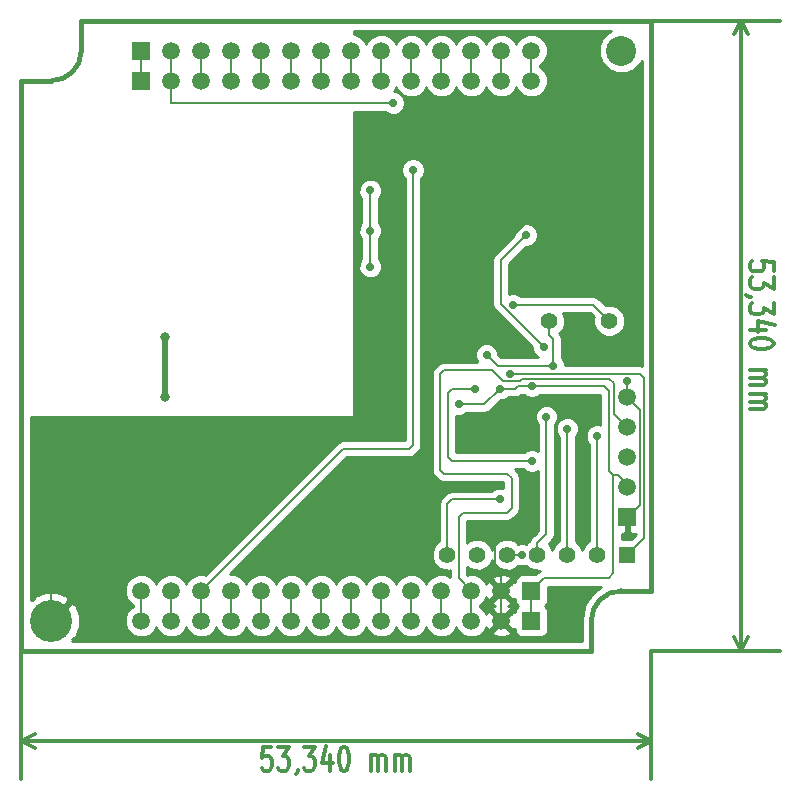
<source format=gbl>
G04 (created by PCBNEW (2013-mar-13)-testing) date Tue 14 May 2013 04:13:14 PM CEST*
%MOIN*%
G04 Gerber Fmt 3.4, Leading zero omitted, Abs format*
%FSLAX34Y34*%
G01*
G70*
G90*
G04 APERTURE LIST*
%ADD10C,0.005906*%
%ADD11C,0.015000*%
%ADD12C,0.012000*%
%ADD13C,0.020000*%
%ADD14R,0.059100X0.059100*%
%ADD15C,0.059100*%
%ADD16C,0.140000*%
%ADD17C,0.100000*%
%ADD18R,0.055000X0.055000*%
%ADD19C,0.055000*%
%ADD20C,0.056000*%
%ADD21C,0.032000*%
%ADD22C,0.028000*%
%ADD23C,0.008000*%
%ADD24C,0.006000*%
%ADD25C,0.010000*%
G04 APERTURE END LIST*
G54D10*
G54D11*
X19000Y-40000D02*
X19000Y-21000D01*
X38000Y-40000D02*
X19000Y-40000D01*
X40000Y-19000D02*
X40000Y-38000D01*
X21000Y-19000D02*
X40000Y-19000D01*
X39000Y-38000D02*
X40000Y-38000D01*
X38000Y-39500D02*
X38000Y-40000D01*
X19500Y-21000D02*
X19000Y-21000D01*
X21000Y-19500D02*
X21000Y-19000D01*
X20000Y-21000D02*
X19500Y-21000D01*
X21000Y-20000D02*
X21000Y-19500D01*
X38000Y-39000D02*
X38000Y-39500D01*
X39000Y-38000D02*
G75*
G03X38000Y-39000I0J-1000D01*
G74*
G01*
X20000Y-21000D02*
G75*
G03X21000Y-20000I0J1000D01*
G74*
G01*
G54D12*
X44077Y-27328D02*
X44077Y-27042D01*
X43696Y-27014D01*
X43734Y-27042D01*
X43772Y-27099D01*
X43772Y-27242D01*
X43734Y-27299D01*
X43696Y-27328D01*
X43619Y-27357D01*
X43429Y-27357D01*
X43353Y-27328D01*
X43315Y-27299D01*
X43277Y-27242D01*
X43277Y-27099D01*
X43315Y-27042D01*
X43353Y-27014D01*
X44077Y-27557D02*
X44077Y-27928D01*
X43772Y-27728D01*
X43772Y-27814D01*
X43734Y-27871D01*
X43696Y-27899D01*
X43619Y-27928D01*
X43429Y-27928D01*
X43353Y-27899D01*
X43315Y-27871D01*
X43277Y-27814D01*
X43277Y-27642D01*
X43315Y-27585D01*
X43353Y-27557D01*
X43315Y-28214D02*
X43277Y-28214D01*
X43200Y-28185D01*
X43162Y-28157D01*
X44077Y-28414D02*
X44077Y-28785D01*
X43772Y-28585D01*
X43772Y-28671D01*
X43734Y-28728D01*
X43696Y-28757D01*
X43619Y-28785D01*
X43429Y-28785D01*
X43353Y-28757D01*
X43315Y-28728D01*
X43277Y-28671D01*
X43277Y-28500D01*
X43315Y-28442D01*
X43353Y-28414D01*
X43810Y-29300D02*
X43277Y-29300D01*
X44115Y-29157D02*
X43543Y-29014D01*
X43543Y-29385D01*
X44077Y-29728D02*
X44077Y-29785D01*
X44039Y-29842D01*
X44000Y-29871D01*
X43924Y-29900D01*
X43772Y-29928D01*
X43581Y-29928D01*
X43429Y-29900D01*
X43353Y-29871D01*
X43315Y-29842D01*
X43277Y-29785D01*
X43277Y-29728D01*
X43315Y-29671D01*
X43353Y-29642D01*
X43429Y-29614D01*
X43581Y-29585D01*
X43772Y-29585D01*
X43924Y-29614D01*
X44000Y-29642D01*
X44039Y-29671D01*
X44077Y-29728D01*
X43277Y-30642D02*
X43810Y-30642D01*
X43734Y-30642D02*
X43772Y-30671D01*
X43810Y-30728D01*
X43810Y-30814D01*
X43772Y-30871D01*
X43696Y-30900D01*
X43277Y-30900D01*
X43696Y-30900D02*
X43772Y-30928D01*
X43810Y-30985D01*
X43810Y-31071D01*
X43772Y-31128D01*
X43696Y-31157D01*
X43277Y-31157D01*
X43277Y-31442D02*
X43810Y-31442D01*
X43734Y-31442D02*
X43772Y-31471D01*
X43810Y-31528D01*
X43810Y-31614D01*
X43772Y-31671D01*
X43696Y-31700D01*
X43277Y-31700D01*
X43696Y-31700D02*
X43772Y-31728D01*
X43810Y-31785D01*
X43810Y-31871D01*
X43772Y-31928D01*
X43696Y-31957D01*
X43277Y-31957D01*
X42999Y-19000D02*
X42999Y-40000D01*
X40000Y-19000D02*
X44279Y-19000D01*
X40000Y-40000D02*
X44279Y-40000D01*
X42999Y-40000D02*
X42769Y-39557D01*
X42999Y-40000D02*
X43229Y-39557D01*
X42999Y-19000D02*
X42769Y-19443D01*
X42999Y-19000D02*
X43229Y-19443D01*
X27328Y-43200D02*
X27042Y-43200D01*
X27014Y-43581D01*
X27042Y-43543D01*
X27099Y-43505D01*
X27242Y-43505D01*
X27299Y-43543D01*
X27328Y-43581D01*
X27357Y-43658D01*
X27357Y-43848D01*
X27328Y-43924D01*
X27299Y-43962D01*
X27242Y-44000D01*
X27099Y-44000D01*
X27042Y-43962D01*
X27014Y-43924D01*
X27557Y-43200D02*
X27928Y-43200D01*
X27728Y-43505D01*
X27814Y-43505D01*
X27871Y-43543D01*
X27899Y-43581D01*
X27928Y-43658D01*
X27928Y-43848D01*
X27899Y-43924D01*
X27871Y-43962D01*
X27814Y-44000D01*
X27642Y-44000D01*
X27585Y-43962D01*
X27557Y-43924D01*
X28214Y-43962D02*
X28214Y-44000D01*
X28185Y-44077D01*
X28157Y-44115D01*
X28414Y-43200D02*
X28785Y-43200D01*
X28585Y-43505D01*
X28671Y-43505D01*
X28728Y-43543D01*
X28757Y-43581D01*
X28785Y-43658D01*
X28785Y-43848D01*
X28757Y-43924D01*
X28728Y-43962D01*
X28671Y-44000D01*
X28500Y-44000D01*
X28442Y-43962D01*
X28414Y-43924D01*
X29300Y-43467D02*
X29300Y-44000D01*
X29157Y-43162D02*
X29014Y-43734D01*
X29385Y-43734D01*
X29728Y-43200D02*
X29785Y-43200D01*
X29842Y-43239D01*
X29871Y-43277D01*
X29900Y-43353D01*
X29928Y-43505D01*
X29928Y-43696D01*
X29900Y-43848D01*
X29871Y-43924D01*
X29842Y-43962D01*
X29785Y-44000D01*
X29728Y-44000D01*
X29671Y-43962D01*
X29642Y-43924D01*
X29614Y-43848D01*
X29585Y-43696D01*
X29585Y-43505D01*
X29614Y-43353D01*
X29642Y-43277D01*
X29671Y-43239D01*
X29728Y-43200D01*
X30642Y-44000D02*
X30642Y-43467D01*
X30642Y-43543D02*
X30671Y-43505D01*
X30728Y-43467D01*
X30814Y-43467D01*
X30871Y-43505D01*
X30900Y-43581D01*
X30900Y-44000D01*
X30900Y-43581D02*
X30928Y-43505D01*
X30985Y-43467D01*
X31071Y-43467D01*
X31128Y-43505D01*
X31157Y-43581D01*
X31157Y-44000D01*
X31442Y-44000D02*
X31442Y-43467D01*
X31442Y-43543D02*
X31471Y-43505D01*
X31528Y-43467D01*
X31614Y-43467D01*
X31671Y-43505D01*
X31700Y-43581D01*
X31700Y-44000D01*
X31700Y-43581D02*
X31728Y-43505D01*
X31785Y-43467D01*
X31871Y-43467D01*
X31928Y-43505D01*
X31957Y-43581D01*
X31957Y-44000D01*
X19000Y-42999D02*
X40000Y-42999D01*
X19000Y-40000D02*
X19000Y-44279D01*
X40000Y-40000D02*
X40000Y-44279D01*
X40000Y-42999D02*
X39557Y-43229D01*
X40000Y-42999D02*
X39557Y-42769D01*
X19000Y-42999D02*
X19443Y-43229D01*
X19000Y-42999D02*
X19443Y-42769D01*
G54D13*
X23800Y-29550D02*
X23800Y-31550D01*
G54D14*
X23000Y-20000D03*
G54D15*
X24000Y-20000D03*
X25000Y-20000D03*
X26000Y-20000D03*
X27000Y-20000D03*
X28000Y-20000D03*
X29000Y-20000D03*
X30000Y-20000D03*
X31000Y-20000D03*
X32000Y-20000D03*
X33000Y-20000D03*
X34000Y-20000D03*
X35000Y-20000D03*
X36000Y-20000D03*
G54D14*
X36000Y-39000D03*
G54D15*
X35000Y-39000D03*
X34000Y-39000D03*
X33000Y-39000D03*
X32000Y-39000D03*
X31000Y-39000D03*
X30000Y-39000D03*
X29000Y-39000D03*
X28000Y-39000D03*
X27000Y-39000D03*
X26000Y-39000D03*
X25000Y-39000D03*
X24000Y-39000D03*
X23000Y-39000D03*
G54D14*
X36000Y-38000D03*
G54D15*
X35000Y-38000D03*
X34000Y-38000D03*
X33000Y-38000D03*
X32000Y-38000D03*
X31000Y-38000D03*
X30000Y-38000D03*
X29000Y-38000D03*
X28000Y-38000D03*
X27000Y-38000D03*
X26000Y-38000D03*
X25000Y-38000D03*
X24000Y-38000D03*
X23000Y-38000D03*
G54D14*
X23000Y-21000D03*
G54D15*
X24000Y-21000D03*
X25000Y-21000D03*
X26000Y-21000D03*
X27000Y-21000D03*
X28000Y-21000D03*
X29000Y-21000D03*
X30000Y-21000D03*
X31000Y-21000D03*
X32000Y-21000D03*
X33000Y-21000D03*
X34000Y-21000D03*
X35000Y-21000D03*
X36000Y-21000D03*
G54D16*
X20000Y-39000D03*
G54D17*
X39000Y-20000D03*
G54D18*
X39200Y-36800D03*
G54D19*
X38200Y-36800D03*
X37200Y-36800D03*
X36200Y-36800D03*
X35200Y-36800D03*
X34200Y-36800D03*
X33200Y-36800D03*
G54D14*
X39200Y-35550D03*
G54D15*
X39200Y-34550D03*
X39200Y-33550D03*
X39200Y-32550D03*
X39200Y-31550D03*
G54D20*
X36600Y-29000D03*
X38600Y-29000D03*
G54D21*
X23800Y-29550D03*
X23800Y-31550D03*
G54D22*
X37700Y-35800D03*
X37700Y-34000D03*
X37400Y-20000D03*
X24800Y-33900D03*
X23500Y-33900D03*
X24750Y-36800D03*
X27450Y-36950D03*
X30000Y-36550D03*
X21650Y-38900D03*
X21400Y-36200D03*
X30629Y-26000D03*
X34955Y-31266D03*
X36024Y-31185D03*
X30629Y-27200D03*
X30629Y-24650D03*
X33577Y-31783D03*
X34955Y-34952D03*
X35826Y-26138D03*
X36414Y-29882D03*
X31405Y-21745D03*
X35000Y-32550D03*
X20075Y-36956D03*
X39200Y-31014D03*
X34507Y-35924D03*
X33617Y-27954D03*
X36075Y-36065D03*
X39375Y-25705D03*
X36564Y-25705D03*
X38200Y-32845D03*
X37200Y-32594D03*
X36505Y-32200D03*
X32055Y-23973D03*
X35695Y-36800D03*
X36729Y-30500D03*
X34507Y-30132D03*
X35374Y-28469D03*
X35295Y-30764D03*
X36022Y-33668D03*
X34125Y-31258D03*
G54D23*
X37700Y-35800D02*
X37700Y-34000D01*
X36000Y-38000D02*
X36000Y-39000D01*
X30629Y-26000D02*
X30629Y-24650D01*
X30629Y-26000D02*
X30629Y-27200D01*
X34438Y-31783D02*
X33577Y-31783D01*
X34955Y-31266D02*
X34438Y-31783D01*
X35548Y-31185D02*
X36024Y-31185D01*
X35466Y-31266D02*
X35548Y-31185D01*
X34955Y-31266D02*
X35466Y-31266D01*
X39200Y-34429D02*
X39200Y-34550D01*
X38904Y-34134D02*
X39200Y-34429D01*
X38735Y-34134D02*
X38904Y-34134D01*
X38595Y-33994D02*
X38735Y-34134D01*
X38595Y-31345D02*
X38595Y-33994D01*
X38435Y-31185D02*
X38595Y-31345D01*
X36024Y-31185D02*
X38435Y-31185D01*
X38735Y-37424D02*
X38735Y-34134D01*
X38575Y-37584D02*
X38735Y-37424D01*
X36415Y-37584D02*
X38575Y-37584D01*
X36000Y-38000D02*
X36415Y-37584D01*
G54D24*
X33200Y-35092D02*
X33200Y-36800D01*
X33340Y-34952D02*
X33200Y-35092D01*
X34955Y-34952D02*
X33340Y-34952D01*
X27000Y-20000D02*
X27000Y-21000D01*
X31000Y-20000D02*
X31000Y-21000D01*
X32000Y-20000D02*
X32000Y-21000D01*
X33000Y-20000D02*
X33000Y-21000D01*
X34000Y-20000D02*
X34000Y-21000D01*
X35000Y-20000D02*
X35000Y-21000D01*
X36000Y-20000D02*
X36000Y-21000D01*
X23000Y-21000D02*
X23000Y-20000D01*
X34983Y-28451D02*
X36414Y-29882D01*
X34983Y-26981D02*
X34983Y-28451D01*
X35826Y-26138D02*
X34983Y-26981D01*
X24000Y-21000D02*
X24000Y-20000D01*
X24000Y-21745D02*
X31405Y-21745D01*
X24000Y-21000D02*
X24000Y-21745D01*
X29000Y-20000D02*
X29000Y-21000D01*
X28000Y-20000D02*
X28000Y-21000D01*
X25000Y-21000D02*
X25000Y-20000D01*
X26000Y-20000D02*
X26000Y-21000D01*
X30000Y-20000D02*
X30000Y-21000D01*
G54D23*
X35000Y-32550D02*
X35000Y-32600D01*
X35000Y-38000D02*
X35000Y-39000D01*
X34804Y-36221D02*
X34507Y-35924D01*
X34804Y-37319D02*
X34804Y-36221D01*
X39200Y-31550D02*
X39200Y-31014D01*
X35867Y-25705D02*
X33617Y-27954D01*
X36164Y-25705D02*
X35867Y-25705D01*
X35934Y-35924D02*
X36075Y-36065D01*
X34507Y-35924D02*
X35934Y-35924D01*
X36164Y-25705D02*
X36564Y-25705D01*
X39375Y-25705D02*
X36564Y-25705D01*
X39615Y-31965D02*
X39200Y-31550D01*
X39615Y-35134D02*
X39615Y-31965D01*
X39200Y-35550D02*
X39615Y-35134D01*
X35000Y-37514D02*
X34804Y-37319D01*
X35000Y-38000D02*
X35000Y-37514D01*
X20075Y-37794D02*
X20075Y-36956D01*
X20000Y-37869D02*
X20075Y-37794D01*
X20000Y-39000D02*
X20000Y-37869D01*
G54D24*
X38200Y-32845D02*
X38200Y-36800D01*
X37200Y-32594D02*
X37200Y-36800D01*
X36200Y-36414D02*
X36200Y-36800D01*
X36505Y-36109D02*
X36200Y-36414D01*
X36505Y-32200D02*
X36505Y-36109D01*
X25000Y-38000D02*
X25000Y-39000D01*
X32055Y-33128D02*
X32055Y-23973D01*
X31914Y-33268D02*
X32055Y-33128D01*
X29731Y-33268D02*
X31914Y-33268D01*
X25000Y-38000D02*
X29731Y-33268D01*
X24000Y-38000D02*
X24000Y-39000D01*
X23000Y-38000D02*
X23000Y-39000D01*
X35695Y-36800D02*
X35200Y-36800D01*
X34875Y-30500D02*
X34507Y-30132D01*
X36729Y-30500D02*
X34875Y-30500D01*
X36600Y-29465D02*
X36600Y-29000D01*
X36729Y-29595D02*
X36600Y-29465D01*
X36729Y-30500D02*
X36729Y-29595D01*
X38069Y-28469D02*
X35374Y-28469D01*
X38600Y-29000D02*
X38069Y-28469D01*
X26000Y-38000D02*
X26000Y-39000D01*
X33000Y-38000D02*
X33000Y-39000D01*
X32000Y-38000D02*
X32000Y-39000D01*
X39765Y-36234D02*
X39200Y-36800D01*
X39765Y-30904D02*
X39765Y-36234D01*
X39625Y-30764D02*
X39765Y-30904D01*
X35295Y-30764D02*
X39625Y-30764D01*
X27000Y-38000D02*
X27000Y-39000D01*
X29000Y-38000D02*
X29000Y-39000D01*
X30000Y-38000D02*
X30000Y-39000D01*
X31000Y-38000D02*
X31000Y-39000D01*
X28000Y-38000D02*
X28000Y-39000D01*
X34000Y-38000D02*
X34000Y-39000D01*
X38745Y-32095D02*
X39200Y-32550D01*
X38745Y-31075D02*
X38745Y-32095D01*
X38605Y-30935D02*
X38745Y-31075D01*
X35700Y-30935D02*
X38605Y-30935D01*
X35619Y-31016D02*
X35700Y-30935D01*
X35063Y-31016D02*
X35619Y-31016D01*
X34686Y-30640D02*
X35063Y-31016D01*
X33099Y-30640D02*
X34686Y-30640D01*
X32959Y-30780D02*
X33099Y-30640D01*
X32959Y-33962D02*
X32959Y-30780D01*
X33099Y-34102D02*
X32959Y-33962D01*
X35205Y-34102D02*
X33099Y-34102D01*
X35345Y-34242D02*
X35205Y-34102D01*
X35345Y-35253D02*
X35345Y-34242D01*
X35205Y-35393D02*
X35345Y-35253D01*
X33725Y-35393D02*
X35205Y-35393D01*
X33585Y-35533D02*
X33725Y-35393D01*
X33585Y-37585D02*
X33585Y-35533D01*
X34000Y-38000D02*
X33585Y-37585D01*
X33353Y-31258D02*
X34125Y-31258D01*
X33213Y-31398D02*
X33353Y-31258D01*
X33213Y-33528D02*
X33213Y-31398D01*
X33353Y-33668D02*
X33213Y-33528D01*
X36022Y-33668D02*
X33353Y-33668D01*
G54D10*
G36*
X36225Y-35993D02*
X36002Y-36216D01*
X35941Y-36307D01*
X35934Y-36341D01*
X35903Y-36354D01*
X35825Y-36431D01*
X35772Y-36410D01*
X35617Y-36409D01*
X35571Y-36429D01*
X35497Y-36355D01*
X35304Y-36275D01*
X35096Y-36274D01*
X34903Y-36354D01*
X34755Y-36502D01*
X34699Y-36635D01*
X34645Y-36503D01*
X34497Y-36355D01*
X34304Y-36275D01*
X34096Y-36274D01*
X33903Y-36354D01*
X33865Y-36392D01*
X33865Y-35673D01*
X35205Y-35673D01*
X35312Y-35652D01*
X35312Y-35652D01*
X35403Y-35591D01*
X35543Y-35451D01*
X35543Y-35451D01*
X35583Y-35391D01*
X35603Y-35360D01*
X35603Y-35360D01*
X35625Y-35253D01*
X35625Y-35253D01*
X35625Y-34242D01*
X35625Y-34242D01*
X35603Y-34135D01*
X35603Y-34135D01*
X35583Y-34105D01*
X35543Y-34044D01*
X35543Y-34044D01*
X35447Y-33948D01*
X35751Y-33948D01*
X35801Y-33998D01*
X35945Y-34058D01*
X36100Y-34058D01*
X36225Y-34006D01*
X36225Y-35993D01*
X36225Y-35993D01*
G37*
G54D25*
X36225Y-35993D02*
X36002Y-36216D01*
X35941Y-36307D01*
X35934Y-36341D01*
X35903Y-36354D01*
X35825Y-36431D01*
X35772Y-36410D01*
X35617Y-36409D01*
X35571Y-36429D01*
X35497Y-36355D01*
X35304Y-36275D01*
X35096Y-36274D01*
X34903Y-36354D01*
X34755Y-36502D01*
X34699Y-36635D01*
X34645Y-36503D01*
X34497Y-36355D01*
X34304Y-36275D01*
X34096Y-36274D01*
X33903Y-36354D01*
X33865Y-36392D01*
X33865Y-35673D01*
X35205Y-35673D01*
X35312Y-35652D01*
X35312Y-35652D01*
X35403Y-35591D01*
X35543Y-35451D01*
X35543Y-35451D01*
X35583Y-35391D01*
X35603Y-35360D01*
X35603Y-35360D01*
X35625Y-35253D01*
X35625Y-35253D01*
X35625Y-34242D01*
X35625Y-34242D01*
X35603Y-34135D01*
X35603Y-34135D01*
X35583Y-34105D01*
X35543Y-34044D01*
X35543Y-34044D01*
X35447Y-33948D01*
X35751Y-33948D01*
X35801Y-33998D01*
X35945Y-34058D01*
X36100Y-34058D01*
X36225Y-34006D01*
X36225Y-35993D01*
G54D10*
G36*
X38305Y-32466D02*
X38277Y-32455D01*
X38122Y-32454D01*
X37979Y-32514D01*
X37869Y-32623D01*
X37810Y-32767D01*
X37809Y-32922D01*
X37869Y-33065D01*
X37920Y-33116D01*
X37920Y-36347D01*
X37903Y-36354D01*
X37755Y-36502D01*
X37699Y-36635D01*
X37645Y-36503D01*
X37497Y-36355D01*
X37480Y-36347D01*
X37480Y-32866D01*
X37530Y-32816D01*
X37589Y-32672D01*
X37590Y-32517D01*
X37530Y-32374D01*
X37421Y-32264D01*
X37277Y-32205D01*
X37122Y-32204D01*
X36979Y-32264D01*
X36869Y-32373D01*
X36810Y-32517D01*
X36809Y-32672D01*
X36869Y-32815D01*
X36920Y-32866D01*
X36920Y-36347D01*
X36903Y-36354D01*
X36755Y-36502D01*
X36699Y-36635D01*
X36645Y-36503D01*
X36576Y-36434D01*
X36703Y-36307D01*
X36703Y-36307D01*
X36764Y-36216D01*
X36785Y-36109D01*
X36785Y-32472D01*
X36836Y-32422D01*
X36895Y-32278D01*
X36895Y-32123D01*
X36836Y-31980D01*
X36726Y-31870D01*
X36583Y-31811D01*
X36428Y-31810D01*
X36284Y-31870D01*
X36175Y-31979D01*
X36115Y-32123D01*
X36115Y-32278D01*
X36174Y-32421D01*
X36225Y-32472D01*
X36225Y-33330D01*
X36100Y-33278D01*
X35945Y-33278D01*
X35802Y-33337D01*
X35751Y-33388D01*
X33493Y-33388D01*
X33493Y-32171D01*
X33499Y-32173D01*
X33655Y-32174D01*
X33798Y-32114D01*
X33839Y-32073D01*
X34438Y-32073D01*
X34549Y-32051D01*
X34643Y-31989D01*
X34975Y-31656D01*
X35032Y-31657D01*
X35175Y-31597D01*
X35216Y-31556D01*
X35466Y-31556D01*
X35577Y-31534D01*
X35666Y-31475D01*
X35763Y-31475D01*
X35803Y-31515D01*
X35946Y-31575D01*
X36101Y-31575D01*
X36245Y-31516D01*
X36286Y-31475D01*
X38305Y-31475D01*
X38305Y-32466D01*
X38305Y-32466D01*
G37*
G54D25*
X38305Y-32466D02*
X38277Y-32455D01*
X38122Y-32454D01*
X37979Y-32514D01*
X37869Y-32623D01*
X37810Y-32767D01*
X37809Y-32922D01*
X37869Y-33065D01*
X37920Y-33116D01*
X37920Y-36347D01*
X37903Y-36354D01*
X37755Y-36502D01*
X37699Y-36635D01*
X37645Y-36503D01*
X37497Y-36355D01*
X37480Y-36347D01*
X37480Y-32866D01*
X37530Y-32816D01*
X37589Y-32672D01*
X37590Y-32517D01*
X37530Y-32374D01*
X37421Y-32264D01*
X37277Y-32205D01*
X37122Y-32204D01*
X36979Y-32264D01*
X36869Y-32373D01*
X36810Y-32517D01*
X36809Y-32672D01*
X36869Y-32815D01*
X36920Y-32866D01*
X36920Y-36347D01*
X36903Y-36354D01*
X36755Y-36502D01*
X36699Y-36635D01*
X36645Y-36503D01*
X36576Y-36434D01*
X36703Y-36307D01*
X36703Y-36307D01*
X36764Y-36216D01*
X36785Y-36109D01*
X36785Y-32472D01*
X36836Y-32422D01*
X36895Y-32278D01*
X36895Y-32123D01*
X36836Y-31980D01*
X36726Y-31870D01*
X36583Y-31811D01*
X36428Y-31810D01*
X36284Y-31870D01*
X36175Y-31979D01*
X36115Y-32123D01*
X36115Y-32278D01*
X36174Y-32421D01*
X36225Y-32472D01*
X36225Y-33330D01*
X36100Y-33278D01*
X35945Y-33278D01*
X35802Y-33337D01*
X35751Y-33388D01*
X33493Y-33388D01*
X33493Y-32171D01*
X33499Y-32173D01*
X33655Y-32174D01*
X33798Y-32114D01*
X33839Y-32073D01*
X34438Y-32073D01*
X34549Y-32051D01*
X34643Y-31989D01*
X34975Y-31656D01*
X35032Y-31657D01*
X35175Y-31597D01*
X35216Y-31556D01*
X35466Y-31556D01*
X35577Y-31534D01*
X35666Y-31475D01*
X35763Y-31475D01*
X35803Y-31515D01*
X35946Y-31575D01*
X36101Y-31575D01*
X36245Y-31516D01*
X36286Y-31475D01*
X38305Y-31475D01*
X38305Y-32466D01*
G54D10*
G36*
X39276Y-31555D02*
X39205Y-31626D01*
X39200Y-31620D01*
X39194Y-31626D01*
X39123Y-31555D01*
X39129Y-31550D01*
X39123Y-31544D01*
X39194Y-31473D01*
X39200Y-31479D01*
X39205Y-31473D01*
X39276Y-31544D01*
X39270Y-31550D01*
X39276Y-31555D01*
X39276Y-31555D01*
G37*
G54D25*
X39276Y-31555D02*
X39205Y-31626D01*
X39200Y-31620D01*
X39194Y-31626D01*
X39123Y-31555D01*
X39129Y-31550D01*
X39123Y-31544D01*
X39194Y-31473D01*
X39200Y-31479D01*
X39205Y-31473D01*
X39276Y-31544D01*
X39270Y-31550D01*
X39276Y-31555D01*
G54D10*
G36*
X39485Y-36118D02*
X39329Y-36274D01*
X39025Y-36274D01*
X39025Y-36095D01*
X39087Y-36095D01*
X39150Y-36033D01*
X39150Y-35600D01*
X39142Y-35600D01*
X39142Y-35500D01*
X39150Y-35500D01*
X39150Y-35492D01*
X39250Y-35492D01*
X39250Y-35500D01*
X39257Y-35500D01*
X39257Y-35600D01*
X39250Y-35600D01*
X39250Y-36033D01*
X39312Y-36095D01*
X39445Y-36095D01*
X39485Y-36095D01*
X39485Y-36118D01*
X39485Y-36118D01*
G37*
G54D25*
X39485Y-36118D02*
X39329Y-36274D01*
X39025Y-36274D01*
X39025Y-36095D01*
X39087Y-36095D01*
X39150Y-36033D01*
X39150Y-35600D01*
X39142Y-35600D01*
X39142Y-35500D01*
X39150Y-35500D01*
X39150Y-35492D01*
X39250Y-35492D01*
X39250Y-35500D01*
X39257Y-35500D01*
X39257Y-35600D01*
X39250Y-35600D01*
X39250Y-36033D01*
X39312Y-36095D01*
X39445Y-36095D01*
X39485Y-36095D01*
X39485Y-36118D01*
G54D10*
G36*
X39675Y-30494D02*
X39625Y-30484D01*
X37119Y-30484D01*
X37120Y-30422D01*
X37060Y-30279D01*
X37009Y-30228D01*
X37009Y-29595D01*
X37009Y-29595D01*
X36988Y-29487D01*
X36988Y-29487D01*
X36968Y-29457D01*
X36937Y-29411D01*
X37049Y-29300D01*
X37129Y-29105D01*
X37130Y-28895D01*
X37070Y-28749D01*
X37953Y-28749D01*
X38078Y-28874D01*
X38070Y-28894D01*
X38069Y-29104D01*
X38150Y-29299D01*
X38299Y-29449D01*
X38494Y-29529D01*
X38704Y-29530D01*
X38899Y-29449D01*
X39049Y-29300D01*
X39129Y-29105D01*
X39130Y-28895D01*
X39049Y-28700D01*
X38900Y-28550D01*
X38705Y-28470D01*
X38495Y-28469D01*
X38474Y-28478D01*
X38267Y-28271D01*
X38177Y-28211D01*
X38069Y-28189D01*
X35645Y-28189D01*
X35595Y-28139D01*
X35451Y-28079D01*
X35296Y-28079D01*
X35263Y-28093D01*
X35263Y-27097D01*
X35832Y-26528D01*
X35904Y-26528D01*
X36047Y-26469D01*
X36157Y-26359D01*
X36216Y-26216D01*
X36216Y-26061D01*
X36157Y-25917D01*
X36047Y-25808D01*
X35904Y-25748D01*
X35749Y-25748D01*
X35606Y-25807D01*
X35496Y-25917D01*
X35436Y-26060D01*
X35436Y-26132D01*
X34785Y-26783D01*
X34725Y-26874D01*
X34703Y-26981D01*
X34703Y-28451D01*
X34725Y-28558D01*
X34785Y-28649D01*
X36024Y-29888D01*
X36024Y-29959D01*
X36083Y-30102D01*
X36193Y-30212D01*
X36211Y-30220D01*
X34991Y-30220D01*
X34897Y-30126D01*
X34898Y-30055D01*
X34838Y-29911D01*
X34729Y-29801D01*
X34585Y-29742D01*
X34430Y-29742D01*
X34287Y-29801D01*
X34177Y-29911D01*
X34118Y-30054D01*
X34117Y-30209D01*
X34177Y-30352D01*
X34184Y-30360D01*
X33099Y-30360D01*
X32992Y-30381D01*
X32962Y-30401D01*
X32901Y-30442D01*
X32761Y-30582D01*
X32700Y-30672D01*
X32679Y-30780D01*
X32679Y-33962D01*
X32700Y-34069D01*
X32761Y-34160D01*
X32901Y-34300D01*
X32901Y-34300D01*
X32962Y-34341D01*
X32992Y-34361D01*
X32992Y-34361D01*
X33099Y-34382D01*
X33099Y-34382D01*
X35065Y-34382D01*
X35065Y-34575D01*
X35032Y-34562D01*
X34877Y-34561D01*
X34734Y-34621D01*
X34683Y-34672D01*
X33340Y-34672D01*
X33232Y-34693D01*
X33202Y-34713D01*
X33142Y-34754D01*
X33002Y-34894D01*
X32941Y-34984D01*
X32920Y-35092D01*
X32920Y-36347D01*
X32903Y-36354D01*
X32755Y-36502D01*
X32675Y-36695D01*
X32674Y-36903D01*
X32754Y-37097D01*
X32902Y-37244D01*
X33095Y-37324D01*
X33303Y-37325D01*
X33305Y-37324D01*
X33305Y-37536D01*
X33108Y-37454D01*
X32891Y-37454D01*
X32691Y-37537D01*
X32537Y-37690D01*
X32500Y-37781D01*
X32462Y-37691D01*
X32309Y-37537D01*
X32108Y-37454D01*
X31891Y-37454D01*
X31691Y-37537D01*
X31537Y-37690D01*
X31500Y-37781D01*
X31462Y-37691D01*
X31309Y-37537D01*
X31108Y-37454D01*
X30891Y-37454D01*
X30691Y-37537D01*
X30537Y-37690D01*
X30500Y-37781D01*
X30462Y-37691D01*
X30309Y-37537D01*
X30108Y-37454D01*
X29891Y-37454D01*
X29691Y-37537D01*
X29537Y-37690D01*
X29500Y-37781D01*
X29462Y-37691D01*
X29309Y-37537D01*
X29108Y-37454D01*
X28891Y-37454D01*
X28691Y-37537D01*
X28537Y-37690D01*
X28500Y-37781D01*
X28462Y-37691D01*
X28309Y-37537D01*
X28108Y-37454D01*
X27891Y-37454D01*
X27691Y-37537D01*
X27537Y-37690D01*
X27500Y-37781D01*
X27462Y-37691D01*
X27309Y-37537D01*
X27108Y-37454D01*
X26891Y-37454D01*
X26691Y-37537D01*
X26537Y-37690D01*
X26500Y-37781D01*
X26462Y-37691D01*
X26309Y-37537D01*
X26108Y-37454D01*
X25941Y-37454D01*
X29847Y-33548D01*
X31914Y-33548D01*
X32022Y-33527D01*
X32022Y-33527D01*
X32112Y-33466D01*
X32252Y-33326D01*
X32252Y-33326D01*
X32293Y-33265D01*
X32313Y-33235D01*
X32313Y-33235D01*
X32334Y-33128D01*
X32335Y-33128D01*
X32335Y-24244D01*
X32385Y-24194D01*
X32444Y-24051D01*
X32445Y-23895D01*
X32385Y-23752D01*
X32276Y-23642D01*
X32132Y-23583D01*
X31977Y-23583D01*
X31834Y-23642D01*
X31724Y-23752D01*
X31665Y-23895D01*
X31664Y-24050D01*
X31724Y-24193D01*
X31775Y-24244D01*
X31775Y-32988D01*
X31020Y-32988D01*
X31020Y-27122D01*
X30960Y-26979D01*
X30919Y-26938D01*
X30919Y-26261D01*
X30960Y-26221D01*
X31019Y-26077D01*
X31020Y-25922D01*
X30960Y-25779D01*
X30919Y-25738D01*
X30919Y-24911D01*
X30960Y-24871D01*
X31019Y-24727D01*
X31020Y-24572D01*
X30960Y-24429D01*
X30851Y-24319D01*
X30707Y-24260D01*
X30552Y-24259D01*
X30409Y-24319D01*
X30299Y-24428D01*
X30240Y-24572D01*
X30239Y-24727D01*
X30299Y-24870D01*
X30339Y-24911D01*
X30339Y-25738D01*
X30299Y-25778D01*
X30240Y-25922D01*
X30239Y-26077D01*
X30299Y-26220D01*
X30339Y-26261D01*
X30339Y-26938D01*
X30299Y-26978D01*
X30240Y-27122D01*
X30239Y-27277D01*
X30299Y-27420D01*
X30408Y-27530D01*
X30552Y-27589D01*
X30707Y-27590D01*
X30850Y-27530D01*
X30960Y-27421D01*
X31019Y-27277D01*
X31020Y-27122D01*
X31020Y-32988D01*
X29731Y-32988D01*
X29624Y-33009D01*
X29594Y-33029D01*
X29533Y-33070D01*
X25137Y-37466D01*
X25108Y-37454D01*
X24891Y-37454D01*
X24691Y-37537D01*
X24537Y-37690D01*
X24500Y-37781D01*
X24462Y-37691D01*
X24309Y-37537D01*
X24108Y-37454D01*
X23891Y-37454D01*
X23691Y-37537D01*
X23537Y-37690D01*
X23500Y-37781D01*
X23462Y-37691D01*
X23309Y-37537D01*
X23108Y-37454D01*
X22891Y-37454D01*
X22691Y-37537D01*
X22537Y-37690D01*
X22454Y-37891D01*
X22454Y-38108D01*
X22537Y-38308D01*
X22690Y-38462D01*
X22720Y-38474D01*
X22720Y-38525D01*
X22691Y-38537D01*
X22537Y-38690D01*
X22454Y-38891D01*
X22454Y-39108D01*
X22537Y-39308D01*
X22690Y-39462D01*
X22891Y-39545D01*
X23108Y-39545D01*
X23308Y-39462D01*
X23462Y-39309D01*
X23499Y-39218D01*
X23537Y-39308D01*
X23690Y-39462D01*
X23891Y-39545D01*
X24108Y-39545D01*
X24308Y-39462D01*
X24462Y-39309D01*
X24499Y-39218D01*
X24537Y-39308D01*
X24690Y-39462D01*
X24891Y-39545D01*
X25108Y-39545D01*
X25308Y-39462D01*
X25462Y-39309D01*
X25499Y-39218D01*
X25537Y-39308D01*
X25690Y-39462D01*
X25891Y-39545D01*
X26108Y-39545D01*
X26308Y-39462D01*
X26462Y-39309D01*
X26499Y-39218D01*
X26537Y-39308D01*
X26690Y-39462D01*
X26891Y-39545D01*
X27108Y-39545D01*
X27308Y-39462D01*
X27462Y-39309D01*
X27499Y-39218D01*
X27537Y-39308D01*
X27690Y-39462D01*
X27891Y-39545D01*
X28108Y-39545D01*
X28308Y-39462D01*
X28462Y-39309D01*
X28499Y-39218D01*
X28537Y-39308D01*
X28690Y-39462D01*
X28891Y-39545D01*
X29108Y-39545D01*
X29308Y-39462D01*
X29462Y-39309D01*
X29499Y-39218D01*
X29537Y-39308D01*
X29690Y-39462D01*
X29891Y-39545D01*
X30108Y-39545D01*
X30308Y-39462D01*
X30462Y-39309D01*
X30499Y-39218D01*
X30537Y-39308D01*
X30690Y-39462D01*
X30891Y-39545D01*
X31108Y-39545D01*
X31308Y-39462D01*
X31462Y-39309D01*
X31499Y-39218D01*
X31537Y-39308D01*
X31690Y-39462D01*
X31891Y-39545D01*
X32108Y-39545D01*
X32308Y-39462D01*
X32462Y-39309D01*
X32499Y-39218D01*
X32537Y-39308D01*
X32690Y-39462D01*
X32891Y-39545D01*
X33108Y-39545D01*
X33308Y-39462D01*
X33462Y-39309D01*
X33499Y-39218D01*
X33537Y-39308D01*
X33690Y-39462D01*
X33891Y-39545D01*
X34108Y-39545D01*
X34308Y-39462D01*
X34462Y-39309D01*
X34497Y-39224D01*
X34522Y-39285D01*
X34617Y-39311D01*
X34929Y-39000D01*
X34617Y-38688D01*
X34522Y-38714D01*
X34499Y-38779D01*
X34462Y-38691D01*
X34309Y-38537D01*
X34280Y-38525D01*
X34280Y-38474D01*
X34308Y-38462D01*
X34462Y-38309D01*
X34497Y-38224D01*
X34522Y-38285D01*
X34617Y-38311D01*
X34929Y-38000D01*
X34617Y-37688D01*
X34522Y-37714D01*
X34499Y-37779D01*
X34462Y-37691D01*
X34309Y-37537D01*
X34108Y-37454D01*
X33891Y-37454D01*
X33865Y-37465D01*
X33865Y-37207D01*
X33902Y-37244D01*
X34095Y-37324D01*
X34303Y-37325D01*
X34497Y-37245D01*
X34644Y-37097D01*
X34700Y-36964D01*
X34754Y-37097D01*
X34902Y-37244D01*
X35095Y-37324D01*
X35303Y-37325D01*
X35497Y-37245D01*
X35571Y-37170D01*
X35617Y-37189D01*
X35772Y-37190D01*
X35825Y-37168D01*
X35902Y-37244D01*
X36095Y-37324D01*
X36291Y-37325D01*
X36210Y-37379D01*
X36135Y-37454D01*
X35654Y-37454D01*
X35563Y-37492D01*
X35492Y-37562D01*
X35454Y-37654D01*
X35454Y-37708D01*
X35382Y-37688D01*
X35311Y-37758D01*
X35311Y-37617D01*
X35285Y-37522D01*
X35080Y-37449D01*
X34863Y-37460D01*
X34714Y-37522D01*
X34688Y-37617D01*
X35000Y-37929D01*
X35311Y-37617D01*
X35311Y-37758D01*
X35070Y-38000D01*
X35382Y-38311D01*
X35454Y-38291D01*
X35454Y-38345D01*
X35492Y-38436D01*
X35555Y-38500D01*
X35492Y-38562D01*
X35454Y-38654D01*
X35454Y-38708D01*
X35382Y-38688D01*
X35311Y-38758D01*
X35311Y-38617D01*
X35285Y-38522D01*
X35226Y-38501D01*
X35285Y-38477D01*
X35311Y-38382D01*
X35000Y-38070D01*
X34688Y-38382D01*
X34714Y-38477D01*
X34773Y-38498D01*
X34714Y-38522D01*
X34688Y-38617D01*
X35000Y-38929D01*
X35311Y-38617D01*
X35311Y-38758D01*
X35070Y-39000D01*
X35382Y-39311D01*
X35454Y-39291D01*
X35454Y-39345D01*
X35492Y-39436D01*
X35562Y-39507D01*
X35654Y-39545D01*
X35754Y-39545D01*
X36345Y-39545D01*
X36436Y-39507D01*
X36507Y-39437D01*
X36545Y-39345D01*
X36545Y-39245D01*
X36545Y-38654D01*
X36507Y-38563D01*
X36444Y-38499D01*
X36507Y-38437D01*
X36545Y-38345D01*
X36545Y-38245D01*
X36545Y-37874D01*
X38333Y-37874D01*
X38112Y-38022D01*
X38022Y-38112D01*
X38021Y-38114D01*
X37806Y-38435D01*
X37805Y-38436D01*
X37756Y-38554D01*
X37681Y-38936D01*
X37681Y-38968D01*
X37675Y-39000D01*
X37675Y-39500D01*
X37675Y-39675D01*
X35311Y-39675D01*
X35311Y-39382D01*
X35000Y-39070D01*
X34688Y-39382D01*
X34714Y-39477D01*
X34919Y-39550D01*
X35136Y-39539D01*
X35285Y-39477D01*
X35311Y-39382D01*
X35311Y-39675D01*
X20952Y-39675D01*
X20693Y-39675D01*
X20719Y-39648D01*
X20675Y-39604D01*
X20811Y-39528D01*
X20952Y-39177D01*
X20947Y-38799D01*
X20811Y-38471D01*
X20675Y-38395D01*
X20604Y-38466D01*
X20070Y-39000D01*
X20076Y-39005D01*
X20005Y-39076D01*
X20000Y-39070D01*
X19994Y-39076D01*
X19923Y-39005D01*
X19929Y-39000D01*
X19923Y-38994D01*
X19994Y-38923D01*
X20000Y-38929D01*
X20604Y-38324D01*
X20528Y-38188D01*
X20177Y-38047D01*
X19799Y-38052D01*
X19471Y-38188D01*
X19395Y-38324D01*
X19351Y-38280D01*
X19325Y-38306D01*
X19325Y-32200D01*
X30100Y-32200D01*
X30100Y-22025D01*
X31134Y-22025D01*
X31184Y-22075D01*
X31327Y-22135D01*
X31482Y-22135D01*
X31626Y-22076D01*
X31735Y-21966D01*
X31795Y-21823D01*
X31795Y-21668D01*
X31736Y-21524D01*
X31626Y-21414D01*
X31483Y-21355D01*
X31416Y-21355D01*
X31462Y-21309D01*
X31499Y-21218D01*
X31537Y-21308D01*
X31690Y-21462D01*
X31891Y-21545D01*
X32108Y-21545D01*
X32308Y-21462D01*
X32462Y-21309D01*
X32499Y-21218D01*
X32537Y-21308D01*
X32690Y-21462D01*
X32891Y-21545D01*
X33108Y-21545D01*
X33308Y-21462D01*
X33462Y-21309D01*
X33499Y-21218D01*
X33537Y-21308D01*
X33690Y-21462D01*
X33891Y-21545D01*
X34108Y-21545D01*
X34308Y-21462D01*
X34462Y-21309D01*
X34499Y-21218D01*
X34537Y-21308D01*
X34690Y-21462D01*
X34891Y-21545D01*
X35108Y-21545D01*
X35308Y-21462D01*
X35462Y-21309D01*
X35499Y-21218D01*
X35537Y-21308D01*
X35690Y-21462D01*
X35891Y-21545D01*
X36108Y-21545D01*
X36308Y-21462D01*
X36462Y-21309D01*
X36545Y-21108D01*
X36545Y-20891D01*
X36462Y-20691D01*
X36309Y-20537D01*
X36280Y-20525D01*
X36280Y-20474D01*
X36308Y-20462D01*
X36462Y-20309D01*
X36545Y-20108D01*
X36545Y-19891D01*
X36462Y-19691D01*
X36309Y-19537D01*
X36108Y-19454D01*
X35891Y-19454D01*
X35691Y-19537D01*
X35537Y-19690D01*
X35500Y-19781D01*
X35462Y-19691D01*
X35309Y-19537D01*
X35108Y-19454D01*
X34891Y-19454D01*
X34691Y-19537D01*
X34537Y-19690D01*
X34500Y-19781D01*
X34462Y-19691D01*
X34309Y-19537D01*
X34108Y-19454D01*
X33891Y-19454D01*
X33691Y-19537D01*
X33537Y-19690D01*
X33500Y-19781D01*
X33462Y-19691D01*
X33309Y-19537D01*
X33108Y-19454D01*
X32891Y-19454D01*
X32691Y-19537D01*
X32537Y-19690D01*
X32500Y-19781D01*
X32462Y-19691D01*
X32309Y-19537D01*
X32108Y-19454D01*
X31891Y-19454D01*
X31691Y-19537D01*
X31537Y-19690D01*
X31500Y-19781D01*
X31462Y-19691D01*
X31309Y-19537D01*
X31108Y-19454D01*
X30891Y-19454D01*
X30691Y-19537D01*
X30537Y-19690D01*
X30500Y-19781D01*
X30462Y-19691D01*
X30309Y-19537D01*
X30108Y-19454D01*
X30100Y-19454D01*
X30100Y-19325D01*
X38669Y-19325D01*
X38575Y-19363D01*
X38364Y-19574D01*
X38250Y-19850D01*
X38249Y-20148D01*
X38363Y-20424D01*
X38574Y-20635D01*
X38850Y-20749D01*
X39148Y-20750D01*
X39424Y-20636D01*
X39635Y-20425D01*
X39675Y-20330D01*
X39675Y-30494D01*
X39675Y-30494D01*
G37*
G54D25*
X39675Y-30494D02*
X39625Y-30484D01*
X37119Y-30484D01*
X37120Y-30422D01*
X37060Y-30279D01*
X37009Y-30228D01*
X37009Y-29595D01*
X37009Y-29595D01*
X36988Y-29487D01*
X36988Y-29487D01*
X36968Y-29457D01*
X36937Y-29411D01*
X37049Y-29300D01*
X37129Y-29105D01*
X37130Y-28895D01*
X37070Y-28749D01*
X37953Y-28749D01*
X38078Y-28874D01*
X38070Y-28894D01*
X38069Y-29104D01*
X38150Y-29299D01*
X38299Y-29449D01*
X38494Y-29529D01*
X38704Y-29530D01*
X38899Y-29449D01*
X39049Y-29300D01*
X39129Y-29105D01*
X39130Y-28895D01*
X39049Y-28700D01*
X38900Y-28550D01*
X38705Y-28470D01*
X38495Y-28469D01*
X38474Y-28478D01*
X38267Y-28271D01*
X38177Y-28211D01*
X38069Y-28189D01*
X35645Y-28189D01*
X35595Y-28139D01*
X35451Y-28079D01*
X35296Y-28079D01*
X35263Y-28093D01*
X35263Y-27097D01*
X35832Y-26528D01*
X35904Y-26528D01*
X36047Y-26469D01*
X36157Y-26359D01*
X36216Y-26216D01*
X36216Y-26061D01*
X36157Y-25917D01*
X36047Y-25808D01*
X35904Y-25748D01*
X35749Y-25748D01*
X35606Y-25807D01*
X35496Y-25917D01*
X35436Y-26060D01*
X35436Y-26132D01*
X34785Y-26783D01*
X34725Y-26874D01*
X34703Y-26981D01*
X34703Y-28451D01*
X34725Y-28558D01*
X34785Y-28649D01*
X36024Y-29888D01*
X36024Y-29959D01*
X36083Y-30102D01*
X36193Y-30212D01*
X36211Y-30220D01*
X34991Y-30220D01*
X34897Y-30126D01*
X34898Y-30055D01*
X34838Y-29911D01*
X34729Y-29801D01*
X34585Y-29742D01*
X34430Y-29742D01*
X34287Y-29801D01*
X34177Y-29911D01*
X34118Y-30054D01*
X34117Y-30209D01*
X34177Y-30352D01*
X34184Y-30360D01*
X33099Y-30360D01*
X32992Y-30381D01*
X32962Y-30401D01*
X32901Y-30442D01*
X32761Y-30582D01*
X32700Y-30672D01*
X32679Y-30780D01*
X32679Y-33962D01*
X32700Y-34069D01*
X32761Y-34160D01*
X32901Y-34300D01*
X32901Y-34300D01*
X32962Y-34341D01*
X32992Y-34361D01*
X32992Y-34361D01*
X33099Y-34382D01*
X33099Y-34382D01*
X35065Y-34382D01*
X35065Y-34575D01*
X35032Y-34562D01*
X34877Y-34561D01*
X34734Y-34621D01*
X34683Y-34672D01*
X33340Y-34672D01*
X33232Y-34693D01*
X33202Y-34713D01*
X33142Y-34754D01*
X33002Y-34894D01*
X32941Y-34984D01*
X32920Y-35092D01*
X32920Y-36347D01*
X32903Y-36354D01*
X32755Y-36502D01*
X32675Y-36695D01*
X32674Y-36903D01*
X32754Y-37097D01*
X32902Y-37244D01*
X33095Y-37324D01*
X33303Y-37325D01*
X33305Y-37324D01*
X33305Y-37536D01*
X33108Y-37454D01*
X32891Y-37454D01*
X32691Y-37537D01*
X32537Y-37690D01*
X32500Y-37781D01*
X32462Y-37691D01*
X32309Y-37537D01*
X32108Y-37454D01*
X31891Y-37454D01*
X31691Y-37537D01*
X31537Y-37690D01*
X31500Y-37781D01*
X31462Y-37691D01*
X31309Y-37537D01*
X31108Y-37454D01*
X30891Y-37454D01*
X30691Y-37537D01*
X30537Y-37690D01*
X30500Y-37781D01*
X30462Y-37691D01*
X30309Y-37537D01*
X30108Y-37454D01*
X29891Y-37454D01*
X29691Y-37537D01*
X29537Y-37690D01*
X29500Y-37781D01*
X29462Y-37691D01*
X29309Y-37537D01*
X29108Y-37454D01*
X28891Y-37454D01*
X28691Y-37537D01*
X28537Y-37690D01*
X28500Y-37781D01*
X28462Y-37691D01*
X28309Y-37537D01*
X28108Y-37454D01*
X27891Y-37454D01*
X27691Y-37537D01*
X27537Y-37690D01*
X27500Y-37781D01*
X27462Y-37691D01*
X27309Y-37537D01*
X27108Y-37454D01*
X26891Y-37454D01*
X26691Y-37537D01*
X26537Y-37690D01*
X26500Y-37781D01*
X26462Y-37691D01*
X26309Y-37537D01*
X26108Y-37454D01*
X25941Y-37454D01*
X29847Y-33548D01*
X31914Y-33548D01*
X32022Y-33527D01*
X32022Y-33527D01*
X32112Y-33466D01*
X32252Y-33326D01*
X32252Y-33326D01*
X32293Y-33265D01*
X32313Y-33235D01*
X32313Y-33235D01*
X32334Y-33128D01*
X32335Y-33128D01*
X32335Y-24244D01*
X32385Y-24194D01*
X32444Y-24051D01*
X32445Y-23895D01*
X32385Y-23752D01*
X32276Y-23642D01*
X32132Y-23583D01*
X31977Y-23583D01*
X31834Y-23642D01*
X31724Y-23752D01*
X31665Y-23895D01*
X31664Y-24050D01*
X31724Y-24193D01*
X31775Y-24244D01*
X31775Y-32988D01*
X31020Y-32988D01*
X31020Y-27122D01*
X30960Y-26979D01*
X30919Y-26938D01*
X30919Y-26261D01*
X30960Y-26221D01*
X31019Y-26077D01*
X31020Y-25922D01*
X30960Y-25779D01*
X30919Y-25738D01*
X30919Y-24911D01*
X30960Y-24871D01*
X31019Y-24727D01*
X31020Y-24572D01*
X30960Y-24429D01*
X30851Y-24319D01*
X30707Y-24260D01*
X30552Y-24259D01*
X30409Y-24319D01*
X30299Y-24428D01*
X30240Y-24572D01*
X30239Y-24727D01*
X30299Y-24870D01*
X30339Y-24911D01*
X30339Y-25738D01*
X30299Y-25778D01*
X30240Y-25922D01*
X30239Y-26077D01*
X30299Y-26220D01*
X30339Y-26261D01*
X30339Y-26938D01*
X30299Y-26978D01*
X30240Y-27122D01*
X30239Y-27277D01*
X30299Y-27420D01*
X30408Y-27530D01*
X30552Y-27589D01*
X30707Y-27590D01*
X30850Y-27530D01*
X30960Y-27421D01*
X31019Y-27277D01*
X31020Y-27122D01*
X31020Y-32988D01*
X29731Y-32988D01*
X29624Y-33009D01*
X29594Y-33029D01*
X29533Y-33070D01*
X25137Y-37466D01*
X25108Y-37454D01*
X24891Y-37454D01*
X24691Y-37537D01*
X24537Y-37690D01*
X24500Y-37781D01*
X24462Y-37691D01*
X24309Y-37537D01*
X24108Y-37454D01*
X23891Y-37454D01*
X23691Y-37537D01*
X23537Y-37690D01*
X23500Y-37781D01*
X23462Y-37691D01*
X23309Y-37537D01*
X23108Y-37454D01*
X22891Y-37454D01*
X22691Y-37537D01*
X22537Y-37690D01*
X22454Y-37891D01*
X22454Y-38108D01*
X22537Y-38308D01*
X22690Y-38462D01*
X22720Y-38474D01*
X22720Y-38525D01*
X22691Y-38537D01*
X22537Y-38690D01*
X22454Y-38891D01*
X22454Y-39108D01*
X22537Y-39308D01*
X22690Y-39462D01*
X22891Y-39545D01*
X23108Y-39545D01*
X23308Y-39462D01*
X23462Y-39309D01*
X23499Y-39218D01*
X23537Y-39308D01*
X23690Y-39462D01*
X23891Y-39545D01*
X24108Y-39545D01*
X24308Y-39462D01*
X24462Y-39309D01*
X24499Y-39218D01*
X24537Y-39308D01*
X24690Y-39462D01*
X24891Y-39545D01*
X25108Y-39545D01*
X25308Y-39462D01*
X25462Y-39309D01*
X25499Y-39218D01*
X25537Y-39308D01*
X25690Y-39462D01*
X25891Y-39545D01*
X26108Y-39545D01*
X26308Y-39462D01*
X26462Y-39309D01*
X26499Y-39218D01*
X26537Y-39308D01*
X26690Y-39462D01*
X26891Y-39545D01*
X27108Y-39545D01*
X27308Y-39462D01*
X27462Y-39309D01*
X27499Y-39218D01*
X27537Y-39308D01*
X27690Y-39462D01*
X27891Y-39545D01*
X28108Y-39545D01*
X28308Y-39462D01*
X28462Y-39309D01*
X28499Y-39218D01*
X28537Y-39308D01*
X28690Y-39462D01*
X28891Y-39545D01*
X29108Y-39545D01*
X29308Y-39462D01*
X29462Y-39309D01*
X29499Y-39218D01*
X29537Y-39308D01*
X29690Y-39462D01*
X29891Y-39545D01*
X30108Y-39545D01*
X30308Y-39462D01*
X30462Y-39309D01*
X30499Y-39218D01*
X30537Y-39308D01*
X30690Y-39462D01*
X30891Y-39545D01*
X31108Y-39545D01*
X31308Y-39462D01*
X31462Y-39309D01*
X31499Y-39218D01*
X31537Y-39308D01*
X31690Y-39462D01*
X31891Y-39545D01*
X32108Y-39545D01*
X32308Y-39462D01*
X32462Y-39309D01*
X32499Y-39218D01*
X32537Y-39308D01*
X32690Y-39462D01*
X32891Y-39545D01*
X33108Y-39545D01*
X33308Y-39462D01*
X33462Y-39309D01*
X33499Y-39218D01*
X33537Y-39308D01*
X33690Y-39462D01*
X33891Y-39545D01*
X34108Y-39545D01*
X34308Y-39462D01*
X34462Y-39309D01*
X34497Y-39224D01*
X34522Y-39285D01*
X34617Y-39311D01*
X34929Y-39000D01*
X34617Y-38688D01*
X34522Y-38714D01*
X34499Y-38779D01*
X34462Y-38691D01*
X34309Y-38537D01*
X34280Y-38525D01*
X34280Y-38474D01*
X34308Y-38462D01*
X34462Y-38309D01*
X34497Y-38224D01*
X34522Y-38285D01*
X34617Y-38311D01*
X34929Y-38000D01*
X34617Y-37688D01*
X34522Y-37714D01*
X34499Y-37779D01*
X34462Y-37691D01*
X34309Y-37537D01*
X34108Y-37454D01*
X33891Y-37454D01*
X33865Y-37465D01*
X33865Y-37207D01*
X33902Y-37244D01*
X34095Y-37324D01*
X34303Y-37325D01*
X34497Y-37245D01*
X34644Y-37097D01*
X34700Y-36964D01*
X34754Y-37097D01*
X34902Y-37244D01*
X35095Y-37324D01*
X35303Y-37325D01*
X35497Y-37245D01*
X35571Y-37170D01*
X35617Y-37189D01*
X35772Y-37190D01*
X35825Y-37168D01*
X35902Y-37244D01*
X36095Y-37324D01*
X36291Y-37325D01*
X36210Y-37379D01*
X36135Y-37454D01*
X35654Y-37454D01*
X35563Y-37492D01*
X35492Y-37562D01*
X35454Y-37654D01*
X35454Y-37708D01*
X35382Y-37688D01*
X35311Y-37758D01*
X35311Y-37617D01*
X35285Y-37522D01*
X35080Y-37449D01*
X34863Y-37460D01*
X34714Y-37522D01*
X34688Y-37617D01*
X35000Y-37929D01*
X35311Y-37617D01*
X35311Y-37758D01*
X35070Y-38000D01*
X35382Y-38311D01*
X35454Y-38291D01*
X35454Y-38345D01*
X35492Y-38436D01*
X35555Y-38500D01*
X35492Y-38562D01*
X35454Y-38654D01*
X35454Y-38708D01*
X35382Y-38688D01*
X35311Y-38758D01*
X35311Y-38617D01*
X35285Y-38522D01*
X35226Y-38501D01*
X35285Y-38477D01*
X35311Y-38382D01*
X35000Y-38070D01*
X34688Y-38382D01*
X34714Y-38477D01*
X34773Y-38498D01*
X34714Y-38522D01*
X34688Y-38617D01*
X35000Y-38929D01*
X35311Y-38617D01*
X35311Y-38758D01*
X35070Y-39000D01*
X35382Y-39311D01*
X35454Y-39291D01*
X35454Y-39345D01*
X35492Y-39436D01*
X35562Y-39507D01*
X35654Y-39545D01*
X35754Y-39545D01*
X36345Y-39545D01*
X36436Y-39507D01*
X36507Y-39437D01*
X36545Y-39345D01*
X36545Y-39245D01*
X36545Y-38654D01*
X36507Y-38563D01*
X36444Y-38499D01*
X36507Y-38437D01*
X36545Y-38345D01*
X36545Y-38245D01*
X36545Y-37874D01*
X38333Y-37874D01*
X38112Y-38022D01*
X38022Y-38112D01*
X38021Y-38114D01*
X37806Y-38435D01*
X37805Y-38436D01*
X37756Y-38554D01*
X37681Y-38936D01*
X37681Y-38968D01*
X37675Y-39000D01*
X37675Y-39500D01*
X37675Y-39675D01*
X35311Y-39675D01*
X35311Y-39382D01*
X35000Y-39070D01*
X34688Y-39382D01*
X34714Y-39477D01*
X34919Y-39550D01*
X35136Y-39539D01*
X35285Y-39477D01*
X35311Y-39382D01*
X35311Y-39675D01*
X20952Y-39675D01*
X20693Y-39675D01*
X20719Y-39648D01*
X20675Y-39604D01*
X20811Y-39528D01*
X20952Y-39177D01*
X20947Y-38799D01*
X20811Y-38471D01*
X20675Y-38395D01*
X20604Y-38466D01*
X20070Y-39000D01*
X20076Y-39005D01*
X20005Y-39076D01*
X20000Y-39070D01*
X19994Y-39076D01*
X19923Y-39005D01*
X19929Y-39000D01*
X19923Y-38994D01*
X19994Y-38923D01*
X20000Y-38929D01*
X20604Y-38324D01*
X20528Y-38188D01*
X20177Y-38047D01*
X19799Y-38052D01*
X19471Y-38188D01*
X19395Y-38324D01*
X19351Y-38280D01*
X19325Y-38306D01*
X19325Y-32200D01*
X30100Y-32200D01*
X30100Y-22025D01*
X31134Y-22025D01*
X31184Y-22075D01*
X31327Y-22135D01*
X31482Y-22135D01*
X31626Y-22076D01*
X31735Y-21966D01*
X31795Y-21823D01*
X31795Y-21668D01*
X31736Y-21524D01*
X31626Y-21414D01*
X31483Y-21355D01*
X31416Y-21355D01*
X31462Y-21309D01*
X31499Y-21218D01*
X31537Y-21308D01*
X31690Y-21462D01*
X31891Y-21545D01*
X32108Y-21545D01*
X32308Y-21462D01*
X32462Y-21309D01*
X32499Y-21218D01*
X32537Y-21308D01*
X32690Y-21462D01*
X32891Y-21545D01*
X33108Y-21545D01*
X33308Y-21462D01*
X33462Y-21309D01*
X33499Y-21218D01*
X33537Y-21308D01*
X33690Y-21462D01*
X33891Y-21545D01*
X34108Y-21545D01*
X34308Y-21462D01*
X34462Y-21309D01*
X34499Y-21218D01*
X34537Y-21308D01*
X34690Y-21462D01*
X34891Y-21545D01*
X35108Y-21545D01*
X35308Y-21462D01*
X35462Y-21309D01*
X35499Y-21218D01*
X35537Y-21308D01*
X35690Y-21462D01*
X35891Y-21545D01*
X36108Y-21545D01*
X36308Y-21462D01*
X36462Y-21309D01*
X36545Y-21108D01*
X36545Y-20891D01*
X36462Y-20691D01*
X36309Y-20537D01*
X36280Y-20525D01*
X36280Y-20474D01*
X36308Y-20462D01*
X36462Y-20309D01*
X36545Y-20108D01*
X36545Y-19891D01*
X36462Y-19691D01*
X36309Y-19537D01*
X36108Y-19454D01*
X35891Y-19454D01*
X35691Y-19537D01*
X35537Y-19690D01*
X35500Y-19781D01*
X35462Y-19691D01*
X35309Y-19537D01*
X35108Y-19454D01*
X34891Y-19454D01*
X34691Y-19537D01*
X34537Y-19690D01*
X34500Y-19781D01*
X34462Y-19691D01*
X34309Y-19537D01*
X34108Y-19454D01*
X33891Y-19454D01*
X33691Y-19537D01*
X33537Y-19690D01*
X33500Y-19781D01*
X33462Y-19691D01*
X33309Y-19537D01*
X33108Y-19454D01*
X32891Y-19454D01*
X32691Y-19537D01*
X32537Y-19690D01*
X32500Y-19781D01*
X32462Y-19691D01*
X32309Y-19537D01*
X32108Y-19454D01*
X31891Y-19454D01*
X31691Y-19537D01*
X31537Y-19690D01*
X31500Y-19781D01*
X31462Y-19691D01*
X31309Y-19537D01*
X31108Y-19454D01*
X30891Y-19454D01*
X30691Y-19537D01*
X30537Y-19690D01*
X30500Y-19781D01*
X30462Y-19691D01*
X30309Y-19537D01*
X30108Y-19454D01*
X30100Y-19454D01*
X30100Y-19325D01*
X38669Y-19325D01*
X38575Y-19363D01*
X38364Y-19574D01*
X38250Y-19850D01*
X38249Y-20148D01*
X38363Y-20424D01*
X38574Y-20635D01*
X38850Y-20749D01*
X39148Y-20750D01*
X39424Y-20636D01*
X39635Y-20425D01*
X39675Y-20330D01*
X39675Y-30494D01*
M02*

</source>
